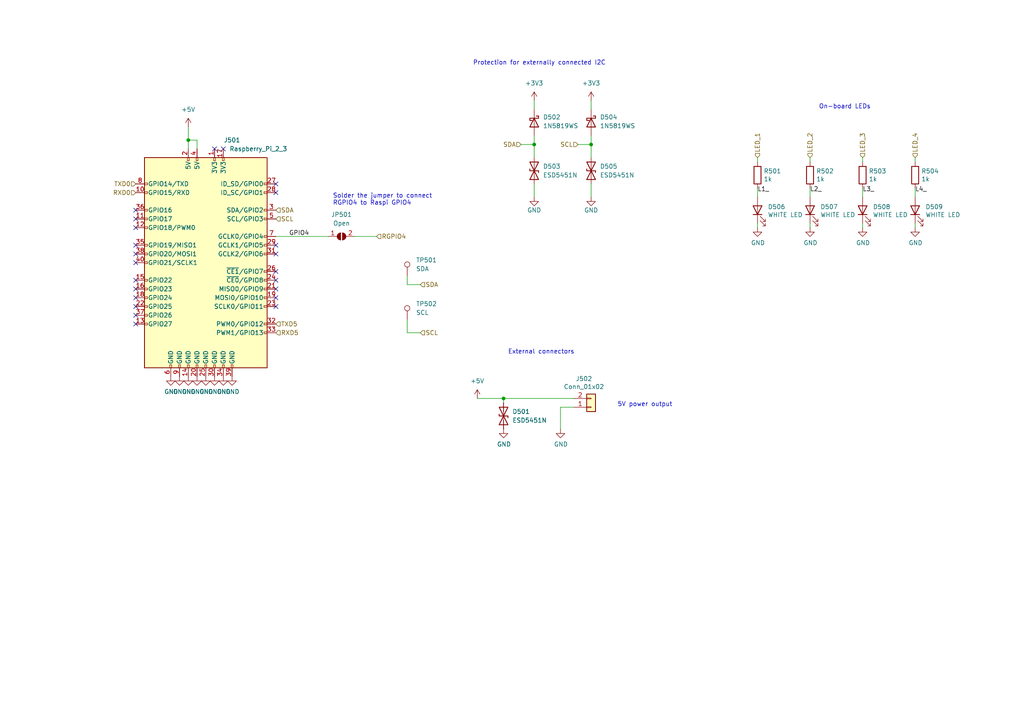
<source format=kicad_sch>
(kicad_sch (version 20231120) (generator "eeschema") (generator_version "8.0")
  (paper "A4")
  (title_block (title "Sailor Hat for Raspberry Pi") (date "2024-09-25") (rev "v2.0.1") (company "Hat Labs Ltd") (comment 1 "https://creativecommons.org/licenses/by/4.0") (comment 2 "To view a copy of this license, visit ") (comment 3 "Sailor Hat for Raspberry Pi is licensed under CC BY 4.0."))
  (lib_symbols
    (symbol "Connector:Raspberry_Pi_2_3" (pin_names (offset 1.016))
      (property "Reference" "J" (at -17.78 31.75 0))
      (property "Value" "Raspberry_Pi_2_3" (at 10.16 -31.75 0))
      (symbol "Raspberry_Pi_2_3_0_1"
        (rectangle (start -17.78 30.48) (end 17.78 -30.48) (stroke (width 0.254)) (fill (type background)))
      )
      (symbol "Raspberry_Pi_2_3_1_1"
        (rectangle (start -16.891 -17.526) (end -17.78 -18.034))
        (rectangle (start -16.891 -14.986) (end -17.78 -15.494))
        (rectangle (start -16.891 -12.446) (end -17.78 -12.954))
        (rectangle (start -16.891 -9.906) (end -17.78 -10.414))
        (rectangle (start -16.891 -7.366) (end -17.78 -7.874))
        (rectangle (start -16.891 -4.826) (end -17.78 -5.334))
        (rectangle (start -16.891 0.254) (end -17.78 -0.254))
        (rectangle (start -16.891 2.794) (end -17.78 2.286))
        (rectangle (start -16.891 5.334) (end -17.78 4.826))
        (rectangle (start -16.891 10.414) (end -17.78 9.906))
        (rectangle (start -16.891 12.954) (end -17.78 12.446))
        (rectangle (start -16.891 15.494) (end -17.78 14.986))
        (rectangle (start -16.891 20.574) (end -17.78 20.066))
        (rectangle (start -16.891 23.114) (end -17.78 22.606))
        (rectangle (start -10.414 -29.591) (end -9.906 -30.48))
        (rectangle (start -7.874 -29.591) (end -7.366 -30.48))
        (rectangle (start -5.334 -29.591) (end -4.826 -30.48))
        (rectangle (start -5.334 30.48) (end -4.826 29.591))
        (rectangle (start -2.794 -29.591) (end -2.286 -30.48))
        (rectangle (start -2.794 30.48) (end -2.286 29.591))
        (rectangle (start -0.254 -29.591) (end 0.254 -30.48))
        (rectangle (start 2.286 -29.591) (end 2.794 -30.48))
        (rectangle (start 2.286 30.48) (end 2.794 29.591))
        (rectangle (start 4.826 -29.591) (end 5.334 -30.48))
        (rectangle (start 4.826 30.48) (end 5.334 29.591))
        (rectangle (start 7.366 -29.591) (end 7.874 -30.48))
        (rectangle (start 17.78 -20.066) (end 16.891 -20.574))
        (rectangle (start 17.78 -17.526) (end 16.891 -18.034))
        (rectangle (start 17.78 -12.446) (end 16.891 -12.954))
        (rectangle (start 17.78 -9.906) (end 16.891 -10.414))
        (rectangle (start 17.78 -7.366) (end 16.891 -7.874))
        (rectangle (start 17.78 -4.826) (end 16.891 -5.334))
        (rectangle (start 17.78 -2.286) (end 16.891 -2.794))
        (rectangle (start 17.78 2.794) (end 16.891 2.286))
        (rectangle (start 17.78 5.334) (end 16.891 4.826))
        (rectangle (start 17.78 7.874) (end 16.891 7.366))
        (rectangle (start 17.78 12.954) (end 16.891 12.446))
        (rectangle (start 17.78 15.494) (end 16.891 14.986))
        (rectangle (start 17.78 20.574) (end 16.891 20.066))
        (rectangle (start 17.78 23.114) (end 16.891 22.606))
        (pin power_in line (at 2.54 33.02 270) (length 2.54) (name "3V3") (number "1"))
        (pin bidirectional line (at -20.32 20.32 0) (length 2.54) (name "GPIO15/RXD") (number "10"))
        (pin bidirectional line (at -20.32 12.7 0) (length 2.54) (name "GPIO17") (number "11"))
        (pin bidirectional line (at -20.32 10.16 0) (length 2.54) (name "GPIO18/PWM0") (number "12"))
        (pin bidirectional line (at -20.32 -17.78 0) (length 2.54) (name "GPIO27") (number "13"))
        (pin power_in line (at -5.08 -33.02 90) (length 2.54) (name "GND") (number "14"))
        (pin bidirectional line (at -20.32 -5.08 0) (length 2.54) (name "GPIO22") (number "15"))
        (pin bidirectional line (at -20.32 -7.62 0) (length 2.54) (name "GPIO23") (number "16"))
        (pin power_in line (at 5.08 33.02 270) (length 2.54) (name "3V3") (number "17"))
        (pin bidirectional line (at -20.32 -10.16 0) (length 2.54) (name "GPIO24") (number "18"))
        (pin bidirectional line (at 20.32 -10.16 180) (length 2.54) (name "MOSI0/GPIO10") (number "19"))
        (pin power_in line (at -5.08 33.02 270) (length 2.54) (name "5V") (number "2"))
        (pin power_in line (at -2.54 -33.02 90) (length 2.54) (name "GND") (number "20"))
        (pin bidirectional line (at 20.32 -7.62 180) (length 2.54) (name "MISO0/GPIO9") (number "21"))
        (pin bidirectional line (at -20.32 -12.7 0) (length 2.54) (name "GPIO25") (number "22"))
        (pin bidirectional line (at 20.32 -12.7 180) (length 2.54) (name "SCLK0/GPIO11") (number "23"))
        (pin bidirectional line (at 20.32 -5.08 180) (length 2.54) (name "~{CE0}/GPIO8") (number "24"))
        (pin power_in line (at 0 -33.02 90) (length 2.54) (name "GND") (number "25"))
        (pin bidirectional line (at 20.32 -2.54 180) (length 2.54) (name "~{CE1}/GPIO7") (number "26"))
        (pin bidirectional line (at 20.32 22.86 180) (length 2.54) (name "ID_SD/GPIO0") (number "27"))
        (pin bidirectional line (at 20.32 20.32 180) (length 2.54) (name "ID_SC/GPIO1") (number "28"))
        (pin bidirectional line (at 20.32 5.08 180) (length 2.54) (name "GCLK1/GPIO5") (number "29"))
        (pin bidirectional line (at 20.32 15.24 180) (length 2.54) (name "SDA/GPIO2") (number "3"))
        (pin power_in line (at 2.54 -33.02 90) (length 2.54) (name "GND") (number "30"))
        (pin bidirectional line (at 20.32 2.54 180) (length 2.54) (name "GCLK2/GPIO6") (number "31"))
        (pin bidirectional line (at 20.32 -17.78 180) (length 2.54) (name "PWM0/GPIO12") (number "32"))
        (pin bidirectional line (at 20.32 -20.32 180) (length 2.54) (name "PWM1/GPIO13") (number "33"))
        (pin power_in line (at 5.08 -33.02 90) (length 2.54) (name "GND") (number "34"))
        (pin bidirectional line (at -20.32 5.08 0) (length 2.54) (name "GPIO19/MISO1") (number "35"))
        (pin bidirectional line (at -20.32 15.24 0) (length 2.54) (name "GPIO16") (number "36"))
        (pin bidirectional line (at -20.32 -15.24 0) (length 2.54) (name "GPIO26") (number "37"))
        (pin bidirectional line (at -20.32 2.54 0) (length 2.54) (name "GPIO20/MOSI1") (number "38"))
        (pin power_in line (at 7.62 -33.02 90) (length 2.54) (name "GND") (number "39"))
        (pin power_in line (at -2.54 33.02 270) (length 2.54) (name "5V") (number "4"))
        (pin bidirectional line (at -20.32 0 0) (length 2.54) (name "GPIO21/SCLK1") (number "40"))
        (pin bidirectional line (at 20.32 12.7 180) (length 2.54) (name "SCL/GPIO3") (number "5"))
        (pin power_in line (at -10.16 -33.02 90) (length 2.54) (name "GND") (number "6"))
        (pin bidirectional line (at 20.32 7.62 180) (length 2.54) (name "GCLK0/GPIO4") (number "7"))
        (pin bidirectional line (at -20.32 22.86 0) (length 2.54) (name "GPIO14/TXD") (number "8"))
        (pin power_in line (at -7.62 -33.02 90) (length 2.54) (name "GND") (number "9"))
      )
    )
    (symbol "Connector:TestPoint" (pin_numbers hide) (pin_names (offset 0.762) hide)
      (property "Reference" "TP" (at 0 6.858 0))
      (property "Value" "TestPoint" (at 0 5.08 0))
      (symbol "TestPoint_0_1"
        (circle (center 0 3.302) (radius 0.762))
      )
      (symbol "TestPoint_1_1"
        (pin passive line (at 0 0 90) (length 2.54) (name "1") (number "1"))
      )
    )
    (symbol "Connector_Generic:Conn_01x02" (pin_names (offset 1.016) hide)
      (property "Reference" "J" (at 0 2.54 0))
      (property "Value" "Conn_01x02" (at 0 -5.08 0))
      (symbol "Conn_01x02_1_1"
        (rectangle (start -1.27 -2.413) (end 0 -2.667) (stroke (width 0.1524)))
        (rectangle (start -1.27 0.127) (end 0 -0.127) (stroke (width 0.1524)))
        (rectangle (start -1.27 1.27) (end 1.27 -3.81) (stroke (width 0.254)) (fill (type background)))
        (pin passive line (at -5.08 0 0) (length 3.81) (name "Pin_1") (number "1"))
        (pin passive line (at -5.08 -2.54 0) (length 3.81) (name "Pin_2") (number "2"))
      )
    )
    (symbol "Device:D_Schottky" (pin_numbers hide) (pin_names (offset 1.016) hide)
      (property "Reference" "D" (at 0 2.54 0))
      (property "Value" "D_Schottky" (at 0 -2.54 0))
      (symbol "D_Schottky_0_1"
        (polyline (pts (xy 1.27 0) (xy -1.27 0)))
        (polyline (pts (xy 1.27 1.27) (xy 1.27 -1.27) (xy -1.27 0) (xy 1.27 1.27)) (stroke (width 0.254)))
        (polyline (pts (xy -1.905 0.635) (xy -1.905 1.27) (xy -1.27 1.27) (xy -1.27 -1.27) (xy -0.635 -1.27) (xy -0.635 -0.635)) (stroke (width 0.254)))
      )
      (symbol "D_Schottky_1_1"
        (pin passive line (at -3.81 0 0) (length 2.54) (name "K") (number "1"))
        (pin passive line (at 3.81 0 180) (length 2.54) (name "A") (number "2"))
      )
    )
    (symbol "Device:D_TVS" (pin_numbers hide) (pin_names (offset 1.016) hide)
      (property "Reference" "D" (at 0 2.54 0))
      (property "Value" "D_TVS" (at 0 -2.54 0))
      (symbol "D_TVS_0_1"
        (polyline (pts (xy 1.27 0) (xy -1.27 0)))
        (polyline (pts (xy 0.508 1.27) (xy 0 1.27) (xy 0 -1.27) (xy -0.508 -1.27)) (stroke (width 0.254)))
        (polyline (pts (xy -2.54 1.27) (xy -2.54 -1.27) (xy 2.54 1.27) (xy 2.54 -1.27) (xy -2.54 1.27)) (stroke (width 0.254)))
      )
      (symbol "D_TVS_1_1"
        (pin passive line (at -3.81 0 0) (length 2.54) (name "A1") (number "1"))
        (pin passive line (at 3.81 0 180) (length 2.54) (name "A2") (number "2"))
      )
    )
    (symbol "Device:LED" (pin_numbers hide) (pin_names (offset 1.016) hide)
      (property "Reference" "D" (at 0 2.54 0))
      (property "Value" "LED" (at 0 -2.54 0))
      (symbol "LED_0_1"
        (polyline (pts (xy -1.27 -1.27) (xy -1.27 1.27)) (stroke (width 0.254)))
        (polyline (pts (xy -1.27 0) (xy 1.27 0)))
        (polyline (pts (xy 1.27 -1.27) (xy 1.27 1.27) (xy -1.27 0) (xy 1.27 -1.27)) (stroke (width 0.254)))
        (polyline (pts (xy -3.048 -0.762) (xy -4.572 -2.286) (xy -3.81 -2.286) (xy -4.572 -2.286) (xy -4.572 -1.524)))
        (polyline (pts (xy -1.778 -0.762) (xy -3.302 -2.286) (xy -2.54 -2.286) (xy -3.302 -2.286) (xy -3.302 -1.524)))
      )
      (symbol "LED_1_1"
        (pin passive line (at -3.81 0 0) (length 2.54) (name "K") (number "1"))
        (pin passive line (at 3.81 0 180) (length 2.54) (name "A") (number "2"))
      )
    )
    (symbol "Device:R" (pin_numbers hide) (pin_names (offset 0))
      (property "Reference" "R" (at 2.032 0 90))
      (property "Value" "R" (at 0 0 90))
      (symbol "R_0_1"
        (rectangle (start -1.016 -2.54) (end 1.016 2.54) (stroke (width 0.254)))
      )
      (symbol "R_1_1"
        (pin passive line (at 0 3.81 270) (length 1.27) (name "~") (number "1"))
        (pin passive line (at 0 -3.81 90) (length 1.27) (name "~") (number "2"))
      )
    )
    (symbol "Jumper:SolderJumper_2_Open" (pin_names (offset 0) hide)
      (property "Reference" "JP" (at 0 2.032 0))
      (property "Value" "SolderJumper_2_Open" (at 0 -2.54 0))
      (symbol "SolderJumper_2_Open_0_1"
        (arc (start -0.254 1.016) (mid -1.2656 0) (end -0.254 -1.016))
        (arc (start -0.254 1.016) (mid -1.2656 0) (end -0.254 -1.016) (fill (type outline)))
        (polyline (pts (xy -0.254 1.016) (xy -0.254 -1.016)))
        (polyline (pts (xy 0.254 1.016) (xy 0.254 -1.016)))
        (arc (start 0.254 -1.016) (mid 1.2656 0) (end 0.254 1.016))
        (arc (start 0.254 -1.016) (mid 1.2656 0) (end 0.254 1.016) (fill (type outline)))
      )
      (symbol "SolderJumper_2_Open_1_1"
        (pin passive line (at -3.81 0 0) (length 2.54) (name "A") (number "1"))
        (pin passive line (at 3.81 0 180) (length 2.54) (name "B") (number "2"))
      )
    )
    (symbol "power:+3V3" (power) (pin_names (offset 0))
      (property "Value" "+3V3" (at 0 3.556 0))
      (symbol "+3V3_0_1"
        (polyline (pts (xy -0.762 1.27) (xy 0 2.54)))
        (polyline (pts (xy 0 0) (xy 0 2.54)))
        (polyline (pts (xy 0 2.54) (xy 0.762 1.27)))
      )
      (symbol "+3V3_1_1"
        (pin power_in line (at 0 0 90) (length 0) hide (name "+3V3") (number "1"))
      )
    )
    (symbol "power:+5V" (power) (pin_names (offset 0))
      (property "Value" "+5V" (at 0 3.556 0))
      (symbol "+5V_0_1"
        (polyline (pts (xy -0.762 1.27) (xy 0 2.54)))
        (polyline (pts (xy 0 0) (xy 0 2.54)))
        (polyline (pts (xy 0 2.54) (xy 0.762 1.27)))
      )
      (symbol "+5V_1_1"
        (pin power_in line (at 0 0 90) (length 0) hide (name "+5V") (number "1"))
      )
    )
    (symbol "power:GND" (power) (pin_names (offset 0))
      (property "Value" "GND" (at 0 -3.81 0))
      (symbol "GND_0_1"
        (polyline (pts (xy 0 0) (xy 0 -1.27) (xy 1.27 -1.27) (xy 0 -2.54) (xy -1.27 -1.27) (xy 0 -1.27)))
      )
      (symbol "GND_1_1"
        (pin power_in line (at 0 0 270) (length 0) hide (name "GND") (number "1"))
      )
    )
  )
  (junction (at 171.45 41.91))
  (junction (at 54.61 40.64))
  (junction (at 146.05 115.57))
  (junction (at 154.94 41.91))
  (no_connect (at 39.37 88.9))
  (no_connect (at 39.37 71.12))
  (no_connect (at 64.77 43.18))
  (no_connect (at 39.37 91.44))
  (no_connect (at 80.01 86.36))
  (no_connect (at 39.37 66.04))
  (no_connect (at 80.01 83.82))
  (no_connect (at 39.37 63.5))
  (no_connect (at 39.37 93.98))
  (no_connect (at 39.37 60.96))
  (no_connect (at 80.01 81.28))
  (no_connect (at 39.37 73.66))
  (no_connect (at 39.37 76.2))
  (no_connect (at 39.37 81.28))
  (no_connect (at 39.37 86.36))
  (no_connect (at 80.01 78.74))
  (no_connect (at 80.01 55.88))
  (no_connect (at 80.01 71.12))
  (no_connect (at 80.01 53.34))
  (no_connect (at 80.01 73.66))
  (no_connect (at 39.37 83.82))
  (no_connect (at 80.01 88.9))
  (no_connect (at 62.23 43.18))
  (wire (pts (xy 138.43 115.57) (xy 146.05 115.57)))
  (wire (pts (xy 118.11 82.55) (xy 121.92 82.55)))
  (wire (pts (xy 154.94 39.37) (xy 154.94 41.91)))
  (wire (pts (xy 118.11 80.01) (xy 118.11 82.55)))
  (wire (pts (xy 57.15 40.64) (xy 54.61 40.64)))
  (wire (pts (xy 250.19 66.04) (xy 250.19 64.77)))
  (wire (pts (xy 118.11 96.52) (xy 121.92 96.52)))
  (wire (pts (xy 250.19 45.72) (xy 250.19 46.99)))
  (wire (pts (xy 57.15 43.18) (xy 57.15 40.64)))
  (wire (pts (xy 219.71 45.72) (xy 219.71 46.99)))
  (wire (pts (xy 250.19 57.15) (xy 250.19 54.61)))
  (wire (pts (xy 234.95 64.77) (xy 234.95 66.04)))
  (wire (pts (xy 102.87 68.58) (xy 109.22 68.58)))
  (wire (pts (xy 154.94 53.34) (xy 154.94 57.15)))
  (wire (pts (xy 118.11 92.71) (xy 118.11 96.52)))
  (wire (pts (xy 171.45 53.34) (xy 171.45 57.15)))
  (wire (pts (xy 234.95 46.99) (xy 234.95 45.72)))
  (wire (pts (xy 162.56 124.46) (xy 162.56 118.11)))
  (wire (pts (xy 154.94 41.91) (xy 154.94 45.72)))
  (wire (pts (xy 54.61 36.83) (xy 54.61 40.64)))
  (wire (pts (xy 219.71 66.04) (xy 219.71 64.77)))
  (wire (pts (xy 167.64 41.91) (xy 171.45 41.91)))
  (wire (pts (xy 162.56 118.11) (xy 166.37 118.11)))
  (wire (pts (xy 146.05 115.57) (xy 166.37 115.57)))
  (wire (pts (xy 265.43 66.04) (xy 265.43 64.77)))
  (wire (pts (xy 265.43 57.15) (xy 265.43 54.61)))
  (wire (pts (xy 80.01 68.58) (xy 95.25 68.58)))
  (wire (pts (xy 265.43 45.72) (xy 265.43 46.99)))
  (wire (pts (xy 171.45 29.21) (xy 171.45 31.75)))
  (wire (pts (xy 171.45 41.91) (xy 171.45 45.72)))
  (wire (pts (xy 219.71 54.61) (xy 219.71 57.15)))
  (wire (pts (xy 171.45 39.37) (xy 171.45 41.91)))
  (wire (pts (xy 54.61 40.64) (xy 54.61 43.18)))
  (wire (pts (xy 146.05 115.57) (xy 146.05 116.84)))
  (wire (pts (xy 234.95 57.15) (xy 234.95 54.61)))
  (wire (pts (xy 154.94 29.21) (xy 154.94 31.75)))
  (wire (pts (xy 151.13 41.91) (xy 154.94 41.91)))
  (text "On-board LEDs" (at 237.49 31.75 0) (effects (font (size 1.27 1.27)) (justify left bottom)))
  (text "Protection for externally connected I2C" (at 137.16 19.05 0) (effects (font (size 1.27 1.27)) (justify left bottom)))
  (text "External connectors" (at 147.32 102.87 0) (effects (font (size 1.27 1.27)) (justify left bottom)))
  (text "5V power output" (at 179.07 118.11 0) (effects (font (size 1.27 1.27)) (justify left bottom)))
  (text "Solder the jumper to connect\nRGPIO4 to Raspi GPIO4" (at 96.52 59.69 0) (effects (font (size 1.27 1.27)) (justify left bottom)))
  (label "L2_" (at 234.95 55.88 0))
  (label "L1_" (at 219.71 55.88 0))
  (label "L4_" (at 265.43 55.88 0))
  (label "L3_" (at 250.19 55.88 0))
  (label "GPIO4" (at 83.82 68.58 0))
  (hierarchical_label "SDA" (shape input) (at 80.01 60.96 0))
  (hierarchical_label "LED_4" (shape input) (at 265.43 45.72 90))
  (hierarchical_label "SDA" (shape input) (at 151.13 41.91 180))
  (hierarchical_label "LED_3" (shape input) (at 250.19 45.72 90))
  (hierarchical_label "SCL" (shape input) (at 80.01 63.5 0))
  (hierarchical_label "LED_1" (shape input) (at 219.71 45.72 90))
  (hierarchical_label "SCL" (shape input) (at 167.64 41.91 180))
  (hierarchical_label "LED_2" (shape input) (at 234.95 45.72 90))
  (hierarchical_label "TXD5" (shape input) (at 80.01 93.98 0))
  (hierarchical_label "TXD0" (shape input) (at 39.37 53.34 180))
  (hierarchical_label "SCL" (shape input) (at 121.92 96.52 0))
  (hierarchical_label "RXD0" (shape input) (at 39.37 55.88 180))
  (hierarchical_label "RXD5" (shape input) (at 80.01 96.52 0))
  (hierarchical_label "RGPIO4" (shape input) (at 109.22 68.58 0))
  (hierarchical_label "SDA" (shape input) (at 121.92 82.55 0))
  (symbol (lib_id "power:GND") (at 49.53 109.22 0) (unit 1)
    (property "Reference" "#PWR0501" (effects (hide yes)))
    (property "Value" "GND" (at 49.657 113.6142 0))
  )
  (symbol (lib_id "power:GND") (at 52.07 109.22 0) (unit 1)
    (property "Reference" "#PWR0502" (effects (hide yes)))
    (property "Value" "GND" (at 52.197 113.6142 0))
  )
  (symbol (lib_id "power:GND") (at 54.61 109.22 0) (unit 1)
    (property "Reference" "#PWR0504" (effects (hide yes)))
    (property "Value" "GND" (at 54.737 113.6142 0))
  )
  (symbol (lib_id "power:GND") (at 57.15 109.22 0) (unit 1)
    (property "Reference" "#PWR0505" (effects (hide yes)))
    (property "Value" "GND" (at 57.277 113.6142 0))
  )
  (symbol (lib_id "power:GND") (at 59.69 109.22 0) (unit 1)
    (property "Reference" "#PWR0506" (effects (hide yes)))
    (property "Value" "GND" (at 59.817 113.6142 0))
  )
  (symbol (lib_id "power:GND") (at 62.23 109.22 0) (unit 1)
    (property "Reference" "#PWR0507" (effects (hide yes)))
    (property "Value" "GND" (at 62.357 113.6142 0))
  )
  (symbol (lib_id "power:GND") (at 64.77 109.22 0) (unit 1)
    (property "Reference" "#PWR0508" (effects (hide yes)))
    (property "Value" "GND" (at 64.897 113.6142 0))
  )
  (symbol (lib_id "power:GND") (at 67.31 109.22 0) (unit 1)
    (property "Reference" "#PWR0509" (effects (hide yes)))
    (property "Value" "GND" (at 67.437 113.6142 0))
  )
  (symbol (lib_id "Connector:Raspberry_Pi_2_3") (at 59.69 76.2 0) (unit 1)
    (property "Reference" "J501" (at 67.31 40.64 0))
    (property "Value" "Raspberry_Pi_2_3" (at 74.93 43.18 0))
    (property "Footprint" "SH-RPi:PassthroughPinSocket_FH-00339_2x40_P2.54mm_Vertical_Bottom" (effects (hide yes)))
    (property "Datasheet" "https://www.raspberrypi.org/documentation/hardware/raspberrypi/schematics/rpi_SCH_3bplus_1p0_reduced.pdf" (effects (hide yes)))
    (property "LCSC" "C2685112" (effects (hide yes)))
  )
  (symbol (lib_id "power:GND") (at 265.43 66.04 0) (unit 1)
    (property "Reference" "#PWR0520" (effects (hide yes)))
    (property "Value" "GND" (at 265.557 70.4342 0))
  )
  (symbol (lib_id "power:GND") (at 250.19 66.04 0) (unit 1)
    (property "Reference" "#PWR0519" (effects (hide yes)))
    (property "Value" "GND" (at 250.317 70.4342 0))
  )
  (symbol (lib_id "power:GND") (at 234.95 66.04 0) (unit 1)
    (property "Reference" "#PWR0518" (effects (hide yes)))
    (property "Value" "GND" (at 235.077 70.4342 0))
  )
  (symbol (lib_id "power:GND") (at 219.71 66.04 0) (unit 1)
    (property "Reference" "#PWR0517" (effects (hide yes)))
    (property "Value" "GND" (at 219.837 70.4342 0))
  )
  (symbol (lib_id "Device:R") (at 219.71 50.8 0) (unit 1)
    (property "Reference" "R501" (at 221.488 49.6316 0) (effects (justify left)))
    (property "Value" "1k" (at 221.488 51.943 0) (effects (justify left)))
    (property "Footprint" "Resistor_SMD:R_0402_1005Metric" (effects (hide yes)))
    (property "LCSC" "C11702" (effects (hide yes)))
  )
  (symbol (lib_id "Device:LED") (at 219.71 60.96 90) (unit 1)
    (property "Reference" "D506" (at 222.6818 59.9948 90) (effects (justify right)))
    (property "Value" "WHITE LED" (at 222.6818 62.3062 90) (effects (justify right)))
    (property "Footprint" "LED_SMD:LED_0603_1608Metric" (effects (hide yes)))
    (property "LCSC" "C434422" (effects (hide yes)))
  )
  (symbol (lib_id "Jumper:SolderJumper_2_Open") (at 99.06 68.58 0) (unit 1)
    (property "Reference" "JP501" (at 99.06 62.23 0))
    (property "Value" "Open" (at 99.06 64.77 0))
    (property "Footprint" "Jumper:SolderJumper-2_P1.3mm_Open_TrianglePad1.0x1.5mm" (effects (hide yes)))
  )
  (symbol (lib_id "Device:LED") (at 265.43 60.96 90) (unit 1)
    (property "Reference" "D509" (at 268.4018 59.9948 90) (effects (justify right)))
    (property "Value" "WHITE LED" (at 268.4018 62.3062 90) (effects (justify right)))
    (property "Footprint" "LED_SMD:LED_0603_1608Metric" (effects (hide yes)))
    (property "LCSC" "C434422" (effects (hide yes)))
  )
  (symbol (lib_id "Device:D_Schottky") (at 154.94 35.56 270) (unit 1)
    (property "Reference" "D502" (at 157.48 33.9724 90) (effects (justify left)))
    (property "Value" "1N5819WS" (at 157.48 36.5124 90) (effects (justify left)))
    (property "Footprint" "Diode_SMD:D_SOD-323_HandSoldering" (effects (hide yes)))
    (property "LCSC" "C191023" (effects (hide yes)))
  )
  (symbol (lib_id "power:GND") (at 162.56 124.46 0) (unit 1)
    (property "Reference" "#PWR0514" (effects (hide yes)))
    (property "Value" "GND" (at 162.687 128.8542 0))
  )
  (symbol (lib_id "Device:D_TVS") (at 171.45 49.53 90) (unit 1)
    (property "Reference" "D505" (at 173.99 48.2599 90) (effects (justify right)))
    (property "Value" "ESD5451N" (at 173.99 50.7999 90) (effects (justify right)))
    (property "Footprint" "Diode_SMD:D_0402_1005Metric" (effects (hide yes)))
    (property "LCSC" "C2936977" (effects (hide yes)))
  )
  (symbol (lib_id "power:+5V") (at 54.61 36.83 0) (unit 1)
    (property "Reference" "#PWR0503" (effects (hide yes)))
    (property "Value" "+5V" (at 54.61 31.75 0))
  )
  (symbol (lib_id "Connector_Generic:Conn_01x02") (at 171.45 118.11 0) (mirror x) (unit 1)
    (property "Reference" "J502" (at 169.3672 109.855 0))
    (property "Value" "Conn_01x02" (at 169.3672 112.1664 0))
    (property "Footprint" "Connector_Phoenix_MC:PhoenixContact_MC_1,5_2-G-3.81_1x02_P3.81mm_Horizontal" (effects (hide yes)))
    (property "LCSC" "C8387" (effects (hide yes)))
    (property "JLCPCB_CORRECTION" "1.905;0;0" (effects (hide yes)))
  )
  (symbol (lib_id "Device:D_TVS") (at 146.05 120.65 90) (unit 1)
    (property "Reference" "D501" (at 148.59 119.3799 90) (effects (justify right)))
    (property "Value" "ESD5451N" (at 148.59 121.9199 90) (effects (justify right)))
    (property "Footprint" "Diode_SMD:D_0402_1005Metric" (effects (hide yes)))
    (property "LCSC" "C2936977" (effects (hide yes)))
  )
  (symbol (lib_id "power:GND") (at 146.05 124.46 0) (unit 1)
    (property "Reference" "#PWR0511" (effects (hide yes)))
    (property "Value" "GND" (at 146.177 128.8542 0))
  )
  (symbol (lib_id "Device:R") (at 265.43 50.8 0) (unit 1)
    (property "Reference" "R504" (at 267.208 49.6316 0) (effects (justify left)))
    (property "Value" "1k" (at 267.208 51.943 0) (effects (justify left)))
    (property "Footprint" "Resistor_SMD:R_0402_1005Metric" (effects (hide yes)))
    (property "LCSC" "C11702" (effects (hide yes)))
  )
  (symbol (lib_id "Device:D_TVS") (at 154.94 49.53 90) (unit 1)
    (property "Reference" "D503" (at 157.48 48.2599 90) (effects (justify right)))
    (property "Value" "ESD5451N" (at 157.48 50.7999 90) (effects (justify right)))
    (property "Footprint" "Diode_SMD:D_0402_1005Metric" (effects (hide yes)))
    (property "LCSC" "C2936977" (effects (hide yes)))
  )
  (symbol (lib_id "Device:D_Schottky") (at 171.45 35.56 270) (unit 1)
    (property "Reference" "D504" (at 173.99 33.9724 90) (effects (justify left)))
    (property "Value" "1N5819WS" (at 173.99 36.5124 90) (effects (justify left)))
    (property "Footprint" "Diode_SMD:D_SOD-323_HandSoldering" (effects (hide yes)))
    (property "LCSC" "C191023" (effects (hide yes)))
  )
  (symbol (lib_id "power:GND") (at 154.94 57.15 0) (unit 1)
    (property "Reference" "#PWR0513" (effects (hide yes)))
    (property "Value" "GND" (at 154.94 60.96 0))
  )
  (symbol (lib_id "power:+5V") (at 138.43 115.57 0) (unit 1)
    (property "Reference" "#PWR0510" (effects (hide yes)))
    (property "Value" "+5V" (at 138.43 110.49 0))
  )
  (symbol (lib_id "power:+3V3") (at 171.45 29.21 0) (unit 1)
    (property "Reference" "#PWR0515" (effects (hide yes)))
    (property "Value" "+3V3" (at 171.45 24.13 0))
  )
  (symbol (lib_id "Device:R") (at 250.19 50.8 0) (unit 1)
    (property "Reference" "R503" (at 251.968 49.6316 0) (effects (justify left)))
    (property "Value" "1k" (at 251.968 51.943 0) (effects (justify left)))
    (property "Footprint" "Resistor_SMD:R_0402_1005Metric" (effects (hide yes)))
    (property "LCSC" "C11702" (effects (hide yes)))
  )
  (symbol (lib_id "Device:LED") (at 234.95 60.96 90) (unit 1)
    (property "Reference" "D507" (at 237.9218 59.9948 90) (effects (justify right)))
    (property "Value" "WHITE LED" (at 237.9218 62.3062 90) (effects (justify right)))
    (property "Footprint" "LED_SMD:LED_0603_1608Metric" (effects (hide yes)))
    (property "LCSC" "C434422" (effects (hide yes)))
  )
  (symbol (lib_id "Connector:TestPoint") (at 118.11 92.71 0) (unit 1)
    (property "Reference" "TP502" (at 120.65 88.1379 0) (effects (justify left)))
    (property "Value" "SCL" (at 120.65 90.6779 0) (effects (justify left)))
    (property "Footprint" "TestPoint:TestPoint_Pad_D2.0mm" (effects (hide yes)))
  )
  (symbol (lib_id "Device:LED") (at 250.19 60.96 90) (unit 1)
    (property "Reference" "D508" (at 253.1618 59.9948 90) (effects (justify right)))
    (property "Value" "WHITE LED" (at 253.1618 62.3062 90) (effects (justify right)))
    (property "Footprint" "LED_SMD:LED_0603_1608Metric" (effects (hide yes)))
    (property "LCSC" "C434422" (effects (hide yes)))
  )
  (symbol (lib_id "power:+3V3") (at 154.94 29.21 0) (unit 1)
    (property "Reference" "#PWR0512" (effects (hide yes)))
    (property "Value" "+3V3" (at 154.94 24.13 0))
  )
  (symbol (lib_id "Device:R") (at 234.95 50.8 0) (unit 1)
    (property "Reference" "R502" (at 236.728 49.6316 0) (effects (justify left)))
    (property "Value" "1k" (at 236.728 51.943 0) (effects (justify left)))
    (property "Footprint" "Resistor_SMD:R_0402_1005Metric" (effects (hide yes)))
    (property "LCSC" "C11702" (effects (hide yes)))
  )
  (symbol (lib_id "Connector:TestPoint") (at 118.11 80.01 0) (unit 1)
    (property "Reference" "TP501" (at 120.65 75.4379 0) (effects (justify left)))
    (property "Value" "SDA" (at 120.65 77.9779 0) (effects (justify left)))
    (property "Footprint" "TestPoint:TestPoint_Pad_D2.0mm" (effects (hide yes)))
  )
  (symbol (lib_id "power:GND") (at 171.45 57.15 0) (unit 1)
    (property "Reference" "#PWR0516" (effects (hide yes)))
    (property "Value" "GND" (at 171.45 60.96 0))
  )
)
</source>
